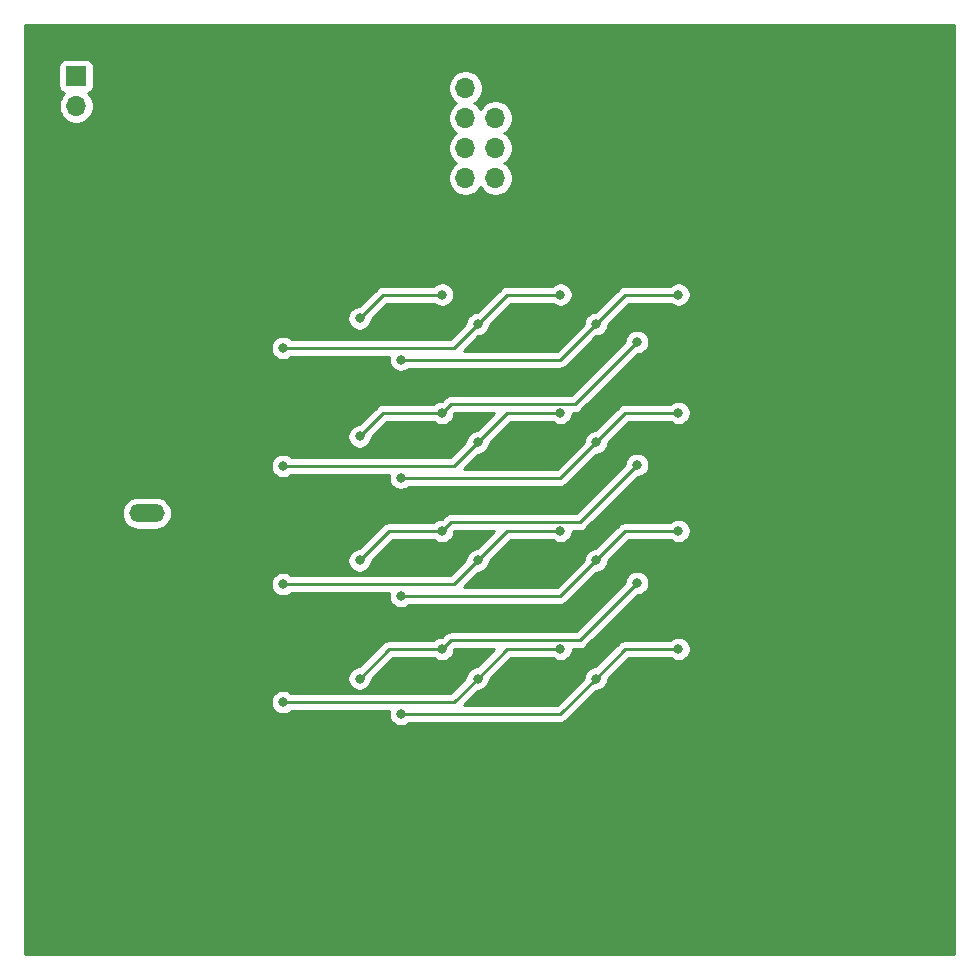
<source format=gbr>
%TF.GenerationSoftware,KiCad,Pcbnew,5.1.9+dfsg1-1~bpo10+1*%
%TF.CreationDate,2021-09-24T07:36:27+00:00*%
%TF.ProjectId,blinkenlights,626c696e-6b65-46e6-9c69-676874732e6b,rev?*%
%TF.SameCoordinates,Original*%
%TF.FileFunction,Copper,L2,Bot*%
%TF.FilePolarity,Positive*%
%FSLAX46Y46*%
G04 Gerber Fmt 4.6, Leading zero omitted, Abs format (unit mm)*
G04 Created by KiCad (PCBNEW 5.1.9+dfsg1-1~bpo10+1) date 2021-09-24 07:36:27*
%MOMM*%
%LPD*%
G01*
G04 APERTURE LIST*
%TA.AperFunction,ComponentPad*%
%ADD10R,1.700000X1.700000*%
%TD*%
%TA.AperFunction,ComponentPad*%
%ADD11O,1.700000X1.700000*%
%TD*%
%TA.AperFunction,ComponentPad*%
%ADD12R,3.000000X1.500000*%
%TD*%
%TA.AperFunction,ComponentPad*%
%ADD13O,3.000000X1.500000*%
%TD*%
%TA.AperFunction,ComponentPad*%
%ADD14C,7.000000*%
%TD*%
%TA.AperFunction,ViaPad*%
%ADD15C,0.800000*%
%TD*%
%TA.AperFunction,Conductor*%
%ADD16C,0.250000*%
%TD*%
%TA.AperFunction,Conductor*%
%ADD17C,0.254000*%
%TD*%
%TA.AperFunction,Conductor*%
%ADD18C,0.100000*%
%TD*%
G04 APERTURE END LIST*
D10*
%TO.P,J101,1*%
%TO.N,GND*%
X140500000Y-56000000D03*
D11*
%TO.P,J101,2*%
%TO.N,/TX*%
X137960000Y-56000000D03*
%TO.P,J101,3*%
%TO.N,/IO2*%
X140500000Y-58540000D03*
%TO.P,J101,4*%
%TO.N,Net-(J101-Pad4)*%
X137960000Y-58540000D03*
%TO.P,J101,5*%
%TO.N,/IO0*%
X140500000Y-61080000D03*
%TO.P,J101,6*%
%TO.N,Net-(J101-Pad6)*%
X137960000Y-61080000D03*
%TO.P,J101,7*%
%TO.N,/RX*%
X140500000Y-63620000D03*
%TO.P,J101,8*%
%TO.N,+3V3*%
X137960000Y-63620000D03*
%TD*%
D10*
%TO.P,J103,1*%
%TO.N,/TX*%
X105000000Y-55000000D03*
D11*
%TO.P,J103,2*%
%TO.N,/RX*%
X105000000Y-57540000D03*
%TO.P,J103,3*%
%TO.N,GND*%
X105000000Y-60080000D03*
%TD*%
D12*
%TO.P,J104,1*%
%TO.N,GND*%
X111000000Y-87000000D03*
D13*
%TO.P,J104,2*%
%TO.N,+5V*%
X111000000Y-92000000D03*
%TD*%
D14*
%TO.P,H101,1*%
%TO.N,GND*%
X115000000Y-65000000D03*
%TD*%
%TO.P,H102,1*%
%TO.N,GND*%
X165000000Y-65000000D03*
%TD*%
%TO.P,H103,1*%
%TO.N,GND*%
X115000000Y-115000000D03*
%TD*%
%TO.P,H104,1*%
%TO.N,GND*%
X165000000Y-115000000D03*
%TD*%
D15*
%TO.N,GND*%
X122500000Y-56000000D03*
X122500000Y-59500000D03*
X119500000Y-56500000D03*
X119000000Y-73000000D03*
X118000000Y-75000000D03*
X130500000Y-68500000D03*
X135000000Y-66000000D03*
X138000000Y-68500000D03*
X134500000Y-70500000D03*
X119000000Y-80000000D03*
X118500000Y-83000000D03*
X119000000Y-88000000D03*
X125000000Y-90500000D03*
X125500000Y-81000000D03*
X119500000Y-98000000D03*
X124500000Y-101000000D03*
X118500000Y-91500000D03*
X119000000Y-100500000D03*
%TO.N,/IO2*%
X129000000Y-75500000D03*
X136000000Y-73500000D03*
%TO.N,Net-(D201-Pad3)*%
X139000000Y-76000000D03*
X146000000Y-73500000D03*
X122500000Y-78000000D03*
%TO.N,Net-(D202-Pad3)*%
X132500000Y-79000000D03*
X149000000Y-76000000D03*
X156000000Y-73500000D03*
%TO.N,Net-(D204-Pad3)*%
X129000000Y-85500000D03*
X136000000Y-83500000D03*
X152500000Y-77500000D03*
%TO.N,Net-(D205-Pad3)*%
X122500000Y-88000000D03*
X139000000Y-86000000D03*
X146000000Y-83500000D03*
%TO.N,Net-(D206-Pad3)*%
X149000000Y-86000000D03*
X156000000Y-83500000D03*
X132500000Y-89000000D03*
%TO.N,/LEDS/DO1*%
X129000000Y-96000000D03*
X136000000Y-93500000D03*
X152500000Y-87900011D03*
%TO.N,Net-(D209-Pad3)*%
X139000000Y-96000000D03*
X146000000Y-93500000D03*
X122500000Y-98000000D03*
%TO.N,Net-(D210-Pad3)*%
X149000000Y-96000000D03*
X156000000Y-93500000D03*
X132500000Y-99000000D03*
%TO.N,Net-(D212-Pad3)*%
X129000000Y-106000000D03*
X136000000Y-103500000D03*
X152500000Y-97900011D03*
%TO.N,Net-(D213-Pad3)*%
X139000000Y-106000000D03*
X146000000Y-103500000D03*
X122500000Y-108000000D03*
%TO.N,Net-(D214-Pad3)*%
X149000000Y-106000000D03*
X156000000Y-103500000D03*
X132500000Y-109000000D03*
%TD*%
D16*
%TO.N,/IO2*%
X131000000Y-73500000D02*
X136000000Y-73500000D01*
X129000000Y-75500000D02*
X131000000Y-73500000D01*
%TO.N,Net-(D201-Pad3)*%
X141500000Y-73500000D02*
X146000000Y-73500000D01*
X139000000Y-76000000D02*
X141500000Y-73500000D01*
X137000000Y-78000000D02*
X139000000Y-76000000D01*
X122500000Y-78000000D02*
X137000000Y-78000000D01*
%TO.N,Net-(D202-Pad3)*%
X151500000Y-73500000D02*
X156000000Y-73500000D01*
X149000000Y-76000000D02*
X151500000Y-73500000D01*
X146000000Y-79000000D02*
X149000000Y-76000000D01*
X132500000Y-79000000D02*
X146000000Y-79000000D01*
%TO.N,Net-(D204-Pad3)*%
X131000000Y-83500000D02*
X136000000Y-83500000D01*
X129000000Y-85500000D02*
X131000000Y-83500000D01*
X147225001Y-82774999D02*
X152500000Y-77500000D01*
X136725001Y-82774999D02*
X147225001Y-82774999D01*
X136000000Y-83500000D02*
X136725001Y-82774999D01*
%TO.N,Net-(D205-Pad3)*%
X141500000Y-83500000D02*
X146000000Y-83500000D01*
X139000000Y-86000000D02*
X141500000Y-83500000D01*
X137000000Y-88000000D02*
X139000000Y-86000000D01*
X122500000Y-88000000D02*
X137000000Y-88000000D01*
%TO.N,Net-(D206-Pad3)*%
X151500000Y-83500000D02*
X156000000Y-83500000D01*
X149000000Y-86000000D02*
X151500000Y-83500000D01*
X146000000Y-89000000D02*
X149000000Y-86000000D01*
X132500000Y-89000000D02*
X146000000Y-89000000D01*
%TO.N,/LEDS/DO1*%
X131500000Y-93500000D02*
X136000000Y-93500000D01*
X129000000Y-96000000D02*
X131500000Y-93500000D01*
X147625012Y-92774999D02*
X152500000Y-87900011D01*
X136725001Y-92774999D02*
X147625012Y-92774999D01*
X136000000Y-93500000D02*
X136725001Y-92774999D01*
%TO.N,Net-(D209-Pad3)*%
X141500000Y-93500000D02*
X146000000Y-93500000D01*
X139000000Y-96000000D02*
X141500000Y-93500000D01*
X137000000Y-98000000D02*
X139000000Y-96000000D01*
X122500000Y-98000000D02*
X137000000Y-98000000D01*
%TO.N,Net-(D210-Pad3)*%
X151500000Y-93500000D02*
X156000000Y-93500000D01*
X149000000Y-96000000D02*
X151500000Y-93500000D01*
X146000000Y-99000000D02*
X149000000Y-96000000D01*
X132500000Y-99000000D02*
X146000000Y-99000000D01*
%TO.N,Net-(D212-Pad3)*%
X131500000Y-103500000D02*
X136000000Y-103500000D01*
X129000000Y-106000000D02*
X131500000Y-103500000D01*
X147625012Y-102774999D02*
X152500000Y-97900011D01*
X136725001Y-102774999D02*
X147625012Y-102774999D01*
X136000000Y-103500000D02*
X136725001Y-102774999D01*
%TO.N,Net-(D213-Pad3)*%
X141500000Y-103500000D02*
X146000000Y-103500000D01*
X139000000Y-106000000D02*
X141500000Y-103500000D01*
X137000000Y-108000000D02*
X139000000Y-106000000D01*
X122500000Y-108000000D02*
X137000000Y-108000000D01*
%TO.N,Net-(D214-Pad3)*%
X151500000Y-103500000D02*
X156000000Y-103500000D01*
X149000000Y-106000000D02*
X151500000Y-103500000D01*
X146000000Y-109000000D02*
X149000000Y-106000000D01*
X132500000Y-109000000D02*
X146000000Y-109000000D01*
%TD*%
D17*
%TO.N,GND*%
X179340000Y-129340000D02*
X100660000Y-129340000D01*
X100660000Y-107898061D01*
X121465000Y-107898061D01*
X121465000Y-108101939D01*
X121504774Y-108301898D01*
X121582795Y-108490256D01*
X121696063Y-108659774D01*
X121840226Y-108803937D01*
X122009744Y-108917205D01*
X122198102Y-108995226D01*
X122398061Y-109035000D01*
X122601939Y-109035000D01*
X122801898Y-108995226D01*
X122990256Y-108917205D01*
X123159774Y-108803937D01*
X123203711Y-108760000D01*
X131492462Y-108760000D01*
X131465000Y-108898061D01*
X131465000Y-109101939D01*
X131504774Y-109301898D01*
X131582795Y-109490256D01*
X131696063Y-109659774D01*
X131840226Y-109803937D01*
X132009744Y-109917205D01*
X132198102Y-109995226D01*
X132398061Y-110035000D01*
X132601939Y-110035000D01*
X132801898Y-109995226D01*
X132990256Y-109917205D01*
X133159774Y-109803937D01*
X133203711Y-109760000D01*
X145962678Y-109760000D01*
X146000000Y-109763676D01*
X146037322Y-109760000D01*
X146037333Y-109760000D01*
X146148986Y-109749003D01*
X146292247Y-109705546D01*
X146424276Y-109634974D01*
X146540001Y-109540001D01*
X146563804Y-109510997D01*
X149039802Y-107035000D01*
X149101939Y-107035000D01*
X149301898Y-106995226D01*
X149490256Y-106917205D01*
X149659774Y-106803937D01*
X149803937Y-106659774D01*
X149917205Y-106490256D01*
X149995226Y-106301898D01*
X150035000Y-106101939D01*
X150035000Y-106039801D01*
X151814802Y-104260000D01*
X155296289Y-104260000D01*
X155340226Y-104303937D01*
X155509744Y-104417205D01*
X155698102Y-104495226D01*
X155898061Y-104535000D01*
X156101939Y-104535000D01*
X156301898Y-104495226D01*
X156490256Y-104417205D01*
X156659774Y-104303937D01*
X156803937Y-104159774D01*
X156917205Y-103990256D01*
X156995226Y-103801898D01*
X157035000Y-103601939D01*
X157035000Y-103398061D01*
X156995226Y-103198102D01*
X156917205Y-103009744D01*
X156803937Y-102840226D01*
X156659774Y-102696063D01*
X156490256Y-102582795D01*
X156301898Y-102504774D01*
X156101939Y-102465000D01*
X155898061Y-102465000D01*
X155698102Y-102504774D01*
X155509744Y-102582795D01*
X155340226Y-102696063D01*
X155296289Y-102740000D01*
X151537323Y-102740000D01*
X151500000Y-102736324D01*
X151462677Y-102740000D01*
X151462667Y-102740000D01*
X151351014Y-102750997D01*
X151207753Y-102794454D01*
X151075723Y-102865026D01*
X151003883Y-102923984D01*
X150959999Y-102959999D01*
X150936201Y-102988997D01*
X148960199Y-104965000D01*
X148898061Y-104965000D01*
X148698102Y-105004774D01*
X148509744Y-105082795D01*
X148340226Y-105196063D01*
X148196063Y-105340226D01*
X148082795Y-105509744D01*
X148004774Y-105698102D01*
X147965000Y-105898061D01*
X147965000Y-105960198D01*
X145685199Y-108240000D01*
X137834801Y-108240000D01*
X139039802Y-107035000D01*
X139101939Y-107035000D01*
X139301898Y-106995226D01*
X139490256Y-106917205D01*
X139659774Y-106803937D01*
X139803937Y-106659774D01*
X139917205Y-106490256D01*
X139995226Y-106301898D01*
X140035000Y-106101939D01*
X140035000Y-106039801D01*
X141814802Y-104260000D01*
X145296289Y-104260000D01*
X145340226Y-104303937D01*
X145509744Y-104417205D01*
X145698102Y-104495226D01*
X145898061Y-104535000D01*
X146101939Y-104535000D01*
X146301898Y-104495226D01*
X146490256Y-104417205D01*
X146659774Y-104303937D01*
X146803937Y-104159774D01*
X146917205Y-103990256D01*
X146995226Y-103801898D01*
X147035000Y-103601939D01*
X147035000Y-103534999D01*
X147587690Y-103534999D01*
X147625012Y-103538675D01*
X147662334Y-103534999D01*
X147662345Y-103534999D01*
X147773998Y-103524002D01*
X147917259Y-103480545D01*
X148049288Y-103409973D01*
X148165013Y-103315000D01*
X148188816Y-103285996D01*
X152539802Y-98935011D01*
X152601939Y-98935011D01*
X152801898Y-98895237D01*
X152990256Y-98817216D01*
X153159774Y-98703948D01*
X153303937Y-98559785D01*
X153417205Y-98390267D01*
X153495226Y-98201909D01*
X153535000Y-98001950D01*
X153535000Y-97798072D01*
X153495226Y-97598113D01*
X153417205Y-97409755D01*
X153303937Y-97240237D01*
X153159774Y-97096074D01*
X152990256Y-96982806D01*
X152801898Y-96904785D01*
X152601939Y-96865011D01*
X152398061Y-96865011D01*
X152198102Y-96904785D01*
X152009744Y-96982806D01*
X151840226Y-97096074D01*
X151696063Y-97240237D01*
X151582795Y-97409755D01*
X151504774Y-97598113D01*
X151465000Y-97798072D01*
X151465000Y-97860209D01*
X147310211Y-102014999D01*
X136762323Y-102014999D01*
X136725000Y-102011323D01*
X136687677Y-102014999D01*
X136687668Y-102014999D01*
X136576015Y-102025996D01*
X136432754Y-102069453D01*
X136300725Y-102140025D01*
X136185000Y-102234998D01*
X136161202Y-102263997D01*
X135960198Y-102465000D01*
X135898061Y-102465000D01*
X135698102Y-102504774D01*
X135509744Y-102582795D01*
X135340226Y-102696063D01*
X135296289Y-102740000D01*
X131537323Y-102740000D01*
X131500000Y-102736324D01*
X131462677Y-102740000D01*
X131462667Y-102740000D01*
X131351014Y-102750997D01*
X131207753Y-102794454D01*
X131075723Y-102865026D01*
X131003883Y-102923984D01*
X130959999Y-102959999D01*
X130936201Y-102988997D01*
X128960199Y-104965000D01*
X128898061Y-104965000D01*
X128698102Y-105004774D01*
X128509744Y-105082795D01*
X128340226Y-105196063D01*
X128196063Y-105340226D01*
X128082795Y-105509744D01*
X128004774Y-105698102D01*
X127965000Y-105898061D01*
X127965000Y-106101939D01*
X128004774Y-106301898D01*
X128082795Y-106490256D01*
X128196063Y-106659774D01*
X128340226Y-106803937D01*
X128509744Y-106917205D01*
X128698102Y-106995226D01*
X128898061Y-107035000D01*
X129101939Y-107035000D01*
X129301898Y-106995226D01*
X129490256Y-106917205D01*
X129659774Y-106803937D01*
X129803937Y-106659774D01*
X129917205Y-106490256D01*
X129995226Y-106301898D01*
X130035000Y-106101939D01*
X130035000Y-106039801D01*
X131814802Y-104260000D01*
X135296289Y-104260000D01*
X135340226Y-104303937D01*
X135509744Y-104417205D01*
X135698102Y-104495226D01*
X135898061Y-104535000D01*
X136101939Y-104535000D01*
X136301898Y-104495226D01*
X136490256Y-104417205D01*
X136659774Y-104303937D01*
X136803937Y-104159774D01*
X136917205Y-103990256D01*
X136995226Y-103801898D01*
X137035000Y-103601939D01*
X137035000Y-103539802D01*
X137039803Y-103534999D01*
X140390199Y-103534999D01*
X138960199Y-104965000D01*
X138898061Y-104965000D01*
X138698102Y-105004774D01*
X138509744Y-105082795D01*
X138340226Y-105196063D01*
X138196063Y-105340226D01*
X138082795Y-105509744D01*
X138004774Y-105698102D01*
X137965000Y-105898061D01*
X137965000Y-105960198D01*
X136685199Y-107240000D01*
X123203711Y-107240000D01*
X123159774Y-107196063D01*
X122990256Y-107082795D01*
X122801898Y-107004774D01*
X122601939Y-106965000D01*
X122398061Y-106965000D01*
X122198102Y-107004774D01*
X122009744Y-107082795D01*
X121840226Y-107196063D01*
X121696063Y-107340226D01*
X121582795Y-107509744D01*
X121504774Y-107698102D01*
X121465000Y-107898061D01*
X100660000Y-107898061D01*
X100660000Y-97898061D01*
X121465000Y-97898061D01*
X121465000Y-98101939D01*
X121504774Y-98301898D01*
X121582795Y-98490256D01*
X121696063Y-98659774D01*
X121840226Y-98803937D01*
X122009744Y-98917205D01*
X122198102Y-98995226D01*
X122398061Y-99035000D01*
X122601939Y-99035000D01*
X122801898Y-98995226D01*
X122990256Y-98917205D01*
X123159774Y-98803937D01*
X123203711Y-98760000D01*
X131492462Y-98760000D01*
X131465000Y-98898061D01*
X131465000Y-99101939D01*
X131504774Y-99301898D01*
X131582795Y-99490256D01*
X131696063Y-99659774D01*
X131840226Y-99803937D01*
X132009744Y-99917205D01*
X132198102Y-99995226D01*
X132398061Y-100035000D01*
X132601939Y-100035000D01*
X132801898Y-99995226D01*
X132990256Y-99917205D01*
X133159774Y-99803937D01*
X133203711Y-99760000D01*
X145962678Y-99760000D01*
X146000000Y-99763676D01*
X146037322Y-99760000D01*
X146037333Y-99760000D01*
X146148986Y-99749003D01*
X146292247Y-99705546D01*
X146424276Y-99634974D01*
X146540001Y-99540001D01*
X146563804Y-99510997D01*
X149039802Y-97035000D01*
X149101939Y-97035000D01*
X149301898Y-96995226D01*
X149490256Y-96917205D01*
X149659774Y-96803937D01*
X149803937Y-96659774D01*
X149917205Y-96490256D01*
X149995226Y-96301898D01*
X150035000Y-96101939D01*
X150035000Y-96039801D01*
X151814802Y-94260000D01*
X155296289Y-94260000D01*
X155340226Y-94303937D01*
X155509744Y-94417205D01*
X155698102Y-94495226D01*
X155898061Y-94535000D01*
X156101939Y-94535000D01*
X156301898Y-94495226D01*
X156490256Y-94417205D01*
X156659774Y-94303937D01*
X156803937Y-94159774D01*
X156917205Y-93990256D01*
X156995226Y-93801898D01*
X157035000Y-93601939D01*
X157035000Y-93398061D01*
X156995226Y-93198102D01*
X156917205Y-93009744D01*
X156803937Y-92840226D01*
X156659774Y-92696063D01*
X156490256Y-92582795D01*
X156301898Y-92504774D01*
X156101939Y-92465000D01*
X155898061Y-92465000D01*
X155698102Y-92504774D01*
X155509744Y-92582795D01*
X155340226Y-92696063D01*
X155296289Y-92740000D01*
X151537323Y-92740000D01*
X151500000Y-92736324D01*
X151462677Y-92740000D01*
X151462667Y-92740000D01*
X151351014Y-92750997D01*
X151207753Y-92794454D01*
X151075723Y-92865026D01*
X151003883Y-92923984D01*
X150959999Y-92959999D01*
X150936201Y-92988997D01*
X148960199Y-94965000D01*
X148898061Y-94965000D01*
X148698102Y-95004774D01*
X148509744Y-95082795D01*
X148340226Y-95196063D01*
X148196063Y-95340226D01*
X148082795Y-95509744D01*
X148004774Y-95698102D01*
X147965000Y-95898061D01*
X147965000Y-95960198D01*
X145685199Y-98240000D01*
X137834801Y-98240000D01*
X139039802Y-97035000D01*
X139101939Y-97035000D01*
X139301898Y-96995226D01*
X139490256Y-96917205D01*
X139659774Y-96803937D01*
X139803937Y-96659774D01*
X139917205Y-96490256D01*
X139995226Y-96301898D01*
X140035000Y-96101939D01*
X140035000Y-96039801D01*
X141814802Y-94260000D01*
X145296289Y-94260000D01*
X145340226Y-94303937D01*
X145509744Y-94417205D01*
X145698102Y-94495226D01*
X145898061Y-94535000D01*
X146101939Y-94535000D01*
X146301898Y-94495226D01*
X146490256Y-94417205D01*
X146659774Y-94303937D01*
X146803937Y-94159774D01*
X146917205Y-93990256D01*
X146995226Y-93801898D01*
X147035000Y-93601939D01*
X147035000Y-93534999D01*
X147587690Y-93534999D01*
X147625012Y-93538675D01*
X147662334Y-93534999D01*
X147662345Y-93534999D01*
X147773998Y-93524002D01*
X147917259Y-93480545D01*
X148049288Y-93409973D01*
X148165013Y-93315000D01*
X148188816Y-93285996D01*
X152539802Y-88935011D01*
X152601939Y-88935011D01*
X152801898Y-88895237D01*
X152990256Y-88817216D01*
X153159774Y-88703948D01*
X153303937Y-88559785D01*
X153417205Y-88390267D01*
X153495226Y-88201909D01*
X153535000Y-88001950D01*
X153535000Y-87798072D01*
X153495226Y-87598113D01*
X153417205Y-87409755D01*
X153303937Y-87240237D01*
X153159774Y-87096074D01*
X152990256Y-86982806D01*
X152801898Y-86904785D01*
X152601939Y-86865011D01*
X152398061Y-86865011D01*
X152198102Y-86904785D01*
X152009744Y-86982806D01*
X151840226Y-87096074D01*
X151696063Y-87240237D01*
X151582795Y-87409755D01*
X151504774Y-87598113D01*
X151465000Y-87798072D01*
X151465000Y-87860209D01*
X147310211Y-92014999D01*
X136762323Y-92014999D01*
X136725000Y-92011323D01*
X136687677Y-92014999D01*
X136687668Y-92014999D01*
X136576015Y-92025996D01*
X136432754Y-92069453D01*
X136300725Y-92140025D01*
X136185000Y-92234998D01*
X136161202Y-92263997D01*
X135960198Y-92465000D01*
X135898061Y-92465000D01*
X135698102Y-92504774D01*
X135509744Y-92582795D01*
X135340226Y-92696063D01*
X135296289Y-92740000D01*
X131537323Y-92740000D01*
X131500000Y-92736324D01*
X131462677Y-92740000D01*
X131462667Y-92740000D01*
X131351014Y-92750997D01*
X131207753Y-92794454D01*
X131075723Y-92865026D01*
X131003883Y-92923984D01*
X130959999Y-92959999D01*
X130936201Y-92988997D01*
X128960199Y-94965000D01*
X128898061Y-94965000D01*
X128698102Y-95004774D01*
X128509744Y-95082795D01*
X128340226Y-95196063D01*
X128196063Y-95340226D01*
X128082795Y-95509744D01*
X128004774Y-95698102D01*
X127965000Y-95898061D01*
X127965000Y-96101939D01*
X128004774Y-96301898D01*
X128082795Y-96490256D01*
X128196063Y-96659774D01*
X128340226Y-96803937D01*
X128509744Y-96917205D01*
X128698102Y-96995226D01*
X128898061Y-97035000D01*
X129101939Y-97035000D01*
X129301898Y-96995226D01*
X129490256Y-96917205D01*
X129659774Y-96803937D01*
X129803937Y-96659774D01*
X129917205Y-96490256D01*
X129995226Y-96301898D01*
X130035000Y-96101939D01*
X130035000Y-96039801D01*
X131814802Y-94260000D01*
X135296289Y-94260000D01*
X135340226Y-94303937D01*
X135509744Y-94417205D01*
X135698102Y-94495226D01*
X135898061Y-94535000D01*
X136101939Y-94535000D01*
X136301898Y-94495226D01*
X136490256Y-94417205D01*
X136659774Y-94303937D01*
X136803937Y-94159774D01*
X136917205Y-93990256D01*
X136995226Y-93801898D01*
X137035000Y-93601939D01*
X137035000Y-93539802D01*
X137039803Y-93534999D01*
X140390199Y-93534999D01*
X138960199Y-94965000D01*
X138898061Y-94965000D01*
X138698102Y-95004774D01*
X138509744Y-95082795D01*
X138340226Y-95196063D01*
X138196063Y-95340226D01*
X138082795Y-95509744D01*
X138004774Y-95698102D01*
X137965000Y-95898061D01*
X137965000Y-95960198D01*
X136685199Y-97240000D01*
X123203711Y-97240000D01*
X123159774Y-97196063D01*
X122990256Y-97082795D01*
X122801898Y-97004774D01*
X122601939Y-96965000D01*
X122398061Y-96965000D01*
X122198102Y-97004774D01*
X122009744Y-97082795D01*
X121840226Y-97196063D01*
X121696063Y-97340226D01*
X121582795Y-97509744D01*
X121504774Y-97698102D01*
X121465000Y-97898061D01*
X100660000Y-97898061D01*
X100660000Y-92000000D01*
X108858299Y-92000000D01*
X108885040Y-92271507D01*
X108964236Y-92532581D01*
X109092843Y-92773188D01*
X109265919Y-92984081D01*
X109476812Y-93157157D01*
X109717419Y-93285764D01*
X109978493Y-93364960D01*
X110181963Y-93385000D01*
X111818037Y-93385000D01*
X112021507Y-93364960D01*
X112282581Y-93285764D01*
X112523188Y-93157157D01*
X112734081Y-92984081D01*
X112907157Y-92773188D01*
X113035764Y-92532581D01*
X113114960Y-92271507D01*
X113141701Y-92000000D01*
X113114960Y-91728493D01*
X113035764Y-91467419D01*
X112907157Y-91226812D01*
X112734081Y-91015919D01*
X112523188Y-90842843D01*
X112282581Y-90714236D01*
X112021507Y-90635040D01*
X111818037Y-90615000D01*
X110181963Y-90615000D01*
X109978493Y-90635040D01*
X109717419Y-90714236D01*
X109476812Y-90842843D01*
X109265919Y-91015919D01*
X109092843Y-91226812D01*
X108964236Y-91467419D01*
X108885040Y-91728493D01*
X108858299Y-92000000D01*
X100660000Y-92000000D01*
X100660000Y-87898061D01*
X121465000Y-87898061D01*
X121465000Y-88101939D01*
X121504774Y-88301898D01*
X121582795Y-88490256D01*
X121696063Y-88659774D01*
X121840226Y-88803937D01*
X122009744Y-88917205D01*
X122198102Y-88995226D01*
X122398061Y-89035000D01*
X122601939Y-89035000D01*
X122801898Y-88995226D01*
X122990256Y-88917205D01*
X123159774Y-88803937D01*
X123203711Y-88760000D01*
X131492462Y-88760000D01*
X131465000Y-88898061D01*
X131465000Y-89101939D01*
X131504774Y-89301898D01*
X131582795Y-89490256D01*
X131696063Y-89659774D01*
X131840226Y-89803937D01*
X132009744Y-89917205D01*
X132198102Y-89995226D01*
X132398061Y-90035000D01*
X132601939Y-90035000D01*
X132801898Y-89995226D01*
X132990256Y-89917205D01*
X133159774Y-89803937D01*
X133203711Y-89760000D01*
X145962678Y-89760000D01*
X146000000Y-89763676D01*
X146037322Y-89760000D01*
X146037333Y-89760000D01*
X146148986Y-89749003D01*
X146292247Y-89705546D01*
X146424276Y-89634974D01*
X146540001Y-89540001D01*
X146563804Y-89510997D01*
X149039802Y-87035000D01*
X149101939Y-87035000D01*
X149301898Y-86995226D01*
X149490256Y-86917205D01*
X149659774Y-86803937D01*
X149803937Y-86659774D01*
X149917205Y-86490256D01*
X149995226Y-86301898D01*
X150035000Y-86101939D01*
X150035000Y-86039801D01*
X151814802Y-84260000D01*
X155296289Y-84260000D01*
X155340226Y-84303937D01*
X155509744Y-84417205D01*
X155698102Y-84495226D01*
X155898061Y-84535000D01*
X156101939Y-84535000D01*
X156301898Y-84495226D01*
X156490256Y-84417205D01*
X156659774Y-84303937D01*
X156803937Y-84159774D01*
X156917205Y-83990256D01*
X156995226Y-83801898D01*
X157035000Y-83601939D01*
X157035000Y-83398061D01*
X156995226Y-83198102D01*
X156917205Y-83009744D01*
X156803937Y-82840226D01*
X156659774Y-82696063D01*
X156490256Y-82582795D01*
X156301898Y-82504774D01*
X156101939Y-82465000D01*
X155898061Y-82465000D01*
X155698102Y-82504774D01*
X155509744Y-82582795D01*
X155340226Y-82696063D01*
X155296289Y-82740000D01*
X151537323Y-82740000D01*
X151500000Y-82736324D01*
X151462677Y-82740000D01*
X151462667Y-82740000D01*
X151351014Y-82750997D01*
X151207753Y-82794454D01*
X151075723Y-82865026D01*
X151003883Y-82923984D01*
X150959999Y-82959999D01*
X150936201Y-82988997D01*
X148960199Y-84965000D01*
X148898061Y-84965000D01*
X148698102Y-85004774D01*
X148509744Y-85082795D01*
X148340226Y-85196063D01*
X148196063Y-85340226D01*
X148082795Y-85509744D01*
X148004774Y-85698102D01*
X147965000Y-85898061D01*
X147965000Y-85960198D01*
X145685199Y-88240000D01*
X137834801Y-88240000D01*
X139039802Y-87035000D01*
X139101939Y-87035000D01*
X139301898Y-86995226D01*
X139490256Y-86917205D01*
X139659774Y-86803937D01*
X139803937Y-86659774D01*
X139917205Y-86490256D01*
X139995226Y-86301898D01*
X140035000Y-86101939D01*
X140035000Y-86039801D01*
X141814802Y-84260000D01*
X145296289Y-84260000D01*
X145340226Y-84303937D01*
X145509744Y-84417205D01*
X145698102Y-84495226D01*
X145898061Y-84535000D01*
X146101939Y-84535000D01*
X146301898Y-84495226D01*
X146490256Y-84417205D01*
X146659774Y-84303937D01*
X146803937Y-84159774D01*
X146917205Y-83990256D01*
X146995226Y-83801898D01*
X147035000Y-83601939D01*
X147035000Y-83534999D01*
X147187679Y-83534999D01*
X147225001Y-83538675D01*
X147262323Y-83534999D01*
X147262334Y-83534999D01*
X147373987Y-83524002D01*
X147517248Y-83480545D01*
X147649277Y-83409973D01*
X147765002Y-83315000D01*
X147788805Y-83285996D01*
X152539802Y-78535000D01*
X152601939Y-78535000D01*
X152801898Y-78495226D01*
X152990256Y-78417205D01*
X153159774Y-78303937D01*
X153303937Y-78159774D01*
X153417205Y-77990256D01*
X153495226Y-77801898D01*
X153535000Y-77601939D01*
X153535000Y-77398061D01*
X153495226Y-77198102D01*
X153417205Y-77009744D01*
X153303937Y-76840226D01*
X153159774Y-76696063D01*
X152990256Y-76582795D01*
X152801898Y-76504774D01*
X152601939Y-76465000D01*
X152398061Y-76465000D01*
X152198102Y-76504774D01*
X152009744Y-76582795D01*
X151840226Y-76696063D01*
X151696063Y-76840226D01*
X151582795Y-77009744D01*
X151504774Y-77198102D01*
X151465000Y-77398061D01*
X151465000Y-77460198D01*
X146910200Y-82014999D01*
X136762323Y-82014999D01*
X136725000Y-82011323D01*
X136687677Y-82014999D01*
X136687668Y-82014999D01*
X136576015Y-82025996D01*
X136432754Y-82069453D01*
X136300725Y-82140025D01*
X136185000Y-82234998D01*
X136161202Y-82263997D01*
X135960198Y-82465000D01*
X135898061Y-82465000D01*
X135698102Y-82504774D01*
X135509744Y-82582795D01*
X135340226Y-82696063D01*
X135296289Y-82740000D01*
X131037322Y-82740000D01*
X130999999Y-82736324D01*
X130962676Y-82740000D01*
X130962667Y-82740000D01*
X130851014Y-82750997D01*
X130707753Y-82794454D01*
X130575723Y-82865026D01*
X130503883Y-82923984D01*
X130459999Y-82959999D01*
X130436201Y-82988997D01*
X128960199Y-84465000D01*
X128898061Y-84465000D01*
X128698102Y-84504774D01*
X128509744Y-84582795D01*
X128340226Y-84696063D01*
X128196063Y-84840226D01*
X128082795Y-85009744D01*
X128004774Y-85198102D01*
X127965000Y-85398061D01*
X127965000Y-85601939D01*
X128004774Y-85801898D01*
X128082795Y-85990256D01*
X128196063Y-86159774D01*
X128340226Y-86303937D01*
X128509744Y-86417205D01*
X128698102Y-86495226D01*
X128898061Y-86535000D01*
X129101939Y-86535000D01*
X129301898Y-86495226D01*
X129490256Y-86417205D01*
X129659774Y-86303937D01*
X129803937Y-86159774D01*
X129917205Y-85990256D01*
X129995226Y-85801898D01*
X130035000Y-85601939D01*
X130035000Y-85539801D01*
X131314802Y-84260000D01*
X135296289Y-84260000D01*
X135340226Y-84303937D01*
X135509744Y-84417205D01*
X135698102Y-84495226D01*
X135898061Y-84535000D01*
X136101939Y-84535000D01*
X136301898Y-84495226D01*
X136490256Y-84417205D01*
X136659774Y-84303937D01*
X136803937Y-84159774D01*
X136917205Y-83990256D01*
X136995226Y-83801898D01*
X137035000Y-83601939D01*
X137035000Y-83539802D01*
X137039803Y-83534999D01*
X140390199Y-83534999D01*
X138960199Y-84965000D01*
X138898061Y-84965000D01*
X138698102Y-85004774D01*
X138509744Y-85082795D01*
X138340226Y-85196063D01*
X138196063Y-85340226D01*
X138082795Y-85509744D01*
X138004774Y-85698102D01*
X137965000Y-85898061D01*
X137965000Y-85960198D01*
X136685199Y-87240000D01*
X123203711Y-87240000D01*
X123159774Y-87196063D01*
X122990256Y-87082795D01*
X122801898Y-87004774D01*
X122601939Y-86965000D01*
X122398061Y-86965000D01*
X122198102Y-87004774D01*
X122009744Y-87082795D01*
X121840226Y-87196063D01*
X121696063Y-87340226D01*
X121582795Y-87509744D01*
X121504774Y-87698102D01*
X121465000Y-87898061D01*
X100660000Y-87898061D01*
X100660000Y-77898061D01*
X121465000Y-77898061D01*
X121465000Y-78101939D01*
X121504774Y-78301898D01*
X121582795Y-78490256D01*
X121696063Y-78659774D01*
X121840226Y-78803937D01*
X122009744Y-78917205D01*
X122198102Y-78995226D01*
X122398061Y-79035000D01*
X122601939Y-79035000D01*
X122801898Y-78995226D01*
X122990256Y-78917205D01*
X123159774Y-78803937D01*
X123203711Y-78760000D01*
X131492462Y-78760000D01*
X131465000Y-78898061D01*
X131465000Y-79101939D01*
X131504774Y-79301898D01*
X131582795Y-79490256D01*
X131696063Y-79659774D01*
X131840226Y-79803937D01*
X132009744Y-79917205D01*
X132198102Y-79995226D01*
X132398061Y-80035000D01*
X132601939Y-80035000D01*
X132801898Y-79995226D01*
X132990256Y-79917205D01*
X133159774Y-79803937D01*
X133203711Y-79760000D01*
X145962678Y-79760000D01*
X146000000Y-79763676D01*
X146037322Y-79760000D01*
X146037333Y-79760000D01*
X146148986Y-79749003D01*
X146292247Y-79705546D01*
X146424276Y-79634974D01*
X146540001Y-79540001D01*
X146563804Y-79510997D01*
X149039802Y-77035000D01*
X149101939Y-77035000D01*
X149301898Y-76995226D01*
X149490256Y-76917205D01*
X149659774Y-76803937D01*
X149803937Y-76659774D01*
X149917205Y-76490256D01*
X149995226Y-76301898D01*
X150035000Y-76101939D01*
X150035000Y-76039801D01*
X151814802Y-74260000D01*
X155296289Y-74260000D01*
X155340226Y-74303937D01*
X155509744Y-74417205D01*
X155698102Y-74495226D01*
X155898061Y-74535000D01*
X156101939Y-74535000D01*
X156301898Y-74495226D01*
X156490256Y-74417205D01*
X156659774Y-74303937D01*
X156803937Y-74159774D01*
X156917205Y-73990256D01*
X156995226Y-73801898D01*
X157035000Y-73601939D01*
X157035000Y-73398061D01*
X156995226Y-73198102D01*
X156917205Y-73009744D01*
X156803937Y-72840226D01*
X156659774Y-72696063D01*
X156490256Y-72582795D01*
X156301898Y-72504774D01*
X156101939Y-72465000D01*
X155898061Y-72465000D01*
X155698102Y-72504774D01*
X155509744Y-72582795D01*
X155340226Y-72696063D01*
X155296289Y-72740000D01*
X151537323Y-72740000D01*
X151500000Y-72736324D01*
X151462677Y-72740000D01*
X151462667Y-72740000D01*
X151351014Y-72750997D01*
X151207753Y-72794454D01*
X151075723Y-72865026D01*
X150992083Y-72933668D01*
X150959999Y-72959999D01*
X150936201Y-72988997D01*
X148960199Y-74965000D01*
X148898061Y-74965000D01*
X148698102Y-75004774D01*
X148509744Y-75082795D01*
X148340226Y-75196063D01*
X148196063Y-75340226D01*
X148082795Y-75509744D01*
X148004774Y-75698102D01*
X147965000Y-75898061D01*
X147965000Y-75960198D01*
X145685199Y-78240000D01*
X137834801Y-78240000D01*
X139039802Y-77035000D01*
X139101939Y-77035000D01*
X139301898Y-76995226D01*
X139490256Y-76917205D01*
X139659774Y-76803937D01*
X139803937Y-76659774D01*
X139917205Y-76490256D01*
X139995226Y-76301898D01*
X140035000Y-76101939D01*
X140035000Y-76039801D01*
X141814802Y-74260000D01*
X145296289Y-74260000D01*
X145340226Y-74303937D01*
X145509744Y-74417205D01*
X145698102Y-74495226D01*
X145898061Y-74535000D01*
X146101939Y-74535000D01*
X146301898Y-74495226D01*
X146490256Y-74417205D01*
X146659774Y-74303937D01*
X146803937Y-74159774D01*
X146917205Y-73990256D01*
X146995226Y-73801898D01*
X147035000Y-73601939D01*
X147035000Y-73398061D01*
X146995226Y-73198102D01*
X146917205Y-73009744D01*
X146803937Y-72840226D01*
X146659774Y-72696063D01*
X146490256Y-72582795D01*
X146301898Y-72504774D01*
X146101939Y-72465000D01*
X145898061Y-72465000D01*
X145698102Y-72504774D01*
X145509744Y-72582795D01*
X145340226Y-72696063D01*
X145296289Y-72740000D01*
X141537323Y-72740000D01*
X141500000Y-72736324D01*
X141462677Y-72740000D01*
X141462667Y-72740000D01*
X141351014Y-72750997D01*
X141207753Y-72794454D01*
X141075723Y-72865026D01*
X140992083Y-72933668D01*
X140959999Y-72959999D01*
X140936201Y-72988997D01*
X138960199Y-74965000D01*
X138898061Y-74965000D01*
X138698102Y-75004774D01*
X138509744Y-75082795D01*
X138340226Y-75196063D01*
X138196063Y-75340226D01*
X138082795Y-75509744D01*
X138004774Y-75698102D01*
X137965000Y-75898061D01*
X137965000Y-75960198D01*
X136685199Y-77240000D01*
X123203711Y-77240000D01*
X123159774Y-77196063D01*
X122990256Y-77082795D01*
X122801898Y-77004774D01*
X122601939Y-76965000D01*
X122398061Y-76965000D01*
X122198102Y-77004774D01*
X122009744Y-77082795D01*
X121840226Y-77196063D01*
X121696063Y-77340226D01*
X121582795Y-77509744D01*
X121504774Y-77698102D01*
X121465000Y-77898061D01*
X100660000Y-77898061D01*
X100660000Y-75398061D01*
X127965000Y-75398061D01*
X127965000Y-75601939D01*
X128004774Y-75801898D01*
X128082795Y-75990256D01*
X128196063Y-76159774D01*
X128340226Y-76303937D01*
X128509744Y-76417205D01*
X128698102Y-76495226D01*
X128898061Y-76535000D01*
X129101939Y-76535000D01*
X129301898Y-76495226D01*
X129490256Y-76417205D01*
X129659774Y-76303937D01*
X129803937Y-76159774D01*
X129917205Y-75990256D01*
X129995226Y-75801898D01*
X130035000Y-75601939D01*
X130035000Y-75539801D01*
X131314802Y-74260000D01*
X135296289Y-74260000D01*
X135340226Y-74303937D01*
X135509744Y-74417205D01*
X135698102Y-74495226D01*
X135898061Y-74535000D01*
X136101939Y-74535000D01*
X136301898Y-74495226D01*
X136490256Y-74417205D01*
X136659774Y-74303937D01*
X136803937Y-74159774D01*
X136917205Y-73990256D01*
X136995226Y-73801898D01*
X137035000Y-73601939D01*
X137035000Y-73398061D01*
X136995226Y-73198102D01*
X136917205Y-73009744D01*
X136803937Y-72840226D01*
X136659774Y-72696063D01*
X136490256Y-72582795D01*
X136301898Y-72504774D01*
X136101939Y-72465000D01*
X135898061Y-72465000D01*
X135698102Y-72504774D01*
X135509744Y-72582795D01*
X135340226Y-72696063D01*
X135296289Y-72740000D01*
X131037322Y-72740000D01*
X130999999Y-72736324D01*
X130962676Y-72740000D01*
X130962667Y-72740000D01*
X130851014Y-72750997D01*
X130707753Y-72794454D01*
X130575723Y-72865026D01*
X130492083Y-72933668D01*
X130459999Y-72959999D01*
X130436201Y-72988997D01*
X128960199Y-74465000D01*
X128898061Y-74465000D01*
X128698102Y-74504774D01*
X128509744Y-74582795D01*
X128340226Y-74696063D01*
X128196063Y-74840226D01*
X128082795Y-75009744D01*
X128004774Y-75198102D01*
X127965000Y-75398061D01*
X100660000Y-75398061D01*
X100660000Y-54150000D01*
X103511928Y-54150000D01*
X103511928Y-55850000D01*
X103524188Y-55974482D01*
X103560498Y-56094180D01*
X103619463Y-56204494D01*
X103698815Y-56301185D01*
X103795506Y-56380537D01*
X103905820Y-56439502D01*
X103978380Y-56461513D01*
X103846525Y-56593368D01*
X103684010Y-56836589D01*
X103572068Y-57106842D01*
X103515000Y-57393740D01*
X103515000Y-57686260D01*
X103572068Y-57973158D01*
X103684010Y-58243411D01*
X103846525Y-58486632D01*
X104053368Y-58693475D01*
X104296589Y-58855990D01*
X104566842Y-58967932D01*
X104853740Y-59025000D01*
X105146260Y-59025000D01*
X105433158Y-58967932D01*
X105703411Y-58855990D01*
X105946632Y-58693475D01*
X106153475Y-58486632D01*
X106315990Y-58243411D01*
X106427932Y-57973158D01*
X106485000Y-57686260D01*
X106485000Y-57393740D01*
X106427932Y-57106842D01*
X106315990Y-56836589D01*
X106153475Y-56593368D01*
X106021620Y-56461513D01*
X106094180Y-56439502D01*
X106204494Y-56380537D01*
X106301185Y-56301185D01*
X106380537Y-56204494D01*
X106439502Y-56094180D01*
X106475812Y-55974482D01*
X106487703Y-55853740D01*
X136475000Y-55853740D01*
X136475000Y-56146260D01*
X136532068Y-56433158D01*
X136644010Y-56703411D01*
X136806525Y-56946632D01*
X137013368Y-57153475D01*
X137187760Y-57270000D01*
X137013368Y-57386525D01*
X136806525Y-57593368D01*
X136644010Y-57836589D01*
X136532068Y-58106842D01*
X136475000Y-58393740D01*
X136475000Y-58686260D01*
X136532068Y-58973158D01*
X136644010Y-59243411D01*
X136806525Y-59486632D01*
X137013368Y-59693475D01*
X137187760Y-59810000D01*
X137013368Y-59926525D01*
X136806525Y-60133368D01*
X136644010Y-60376589D01*
X136532068Y-60646842D01*
X136475000Y-60933740D01*
X136475000Y-61226260D01*
X136532068Y-61513158D01*
X136644010Y-61783411D01*
X136806525Y-62026632D01*
X137013368Y-62233475D01*
X137187760Y-62350000D01*
X137013368Y-62466525D01*
X136806525Y-62673368D01*
X136644010Y-62916589D01*
X136532068Y-63186842D01*
X136475000Y-63473740D01*
X136475000Y-63766260D01*
X136532068Y-64053158D01*
X136644010Y-64323411D01*
X136806525Y-64566632D01*
X137013368Y-64773475D01*
X137256589Y-64935990D01*
X137526842Y-65047932D01*
X137813740Y-65105000D01*
X138106260Y-65105000D01*
X138393158Y-65047932D01*
X138663411Y-64935990D01*
X138906632Y-64773475D01*
X139113475Y-64566632D01*
X139230000Y-64392240D01*
X139346525Y-64566632D01*
X139553368Y-64773475D01*
X139796589Y-64935990D01*
X140066842Y-65047932D01*
X140353740Y-65105000D01*
X140646260Y-65105000D01*
X140933158Y-65047932D01*
X141203411Y-64935990D01*
X141446632Y-64773475D01*
X141653475Y-64566632D01*
X141815990Y-64323411D01*
X141927932Y-64053158D01*
X141985000Y-63766260D01*
X141985000Y-63473740D01*
X141927932Y-63186842D01*
X141815990Y-62916589D01*
X141653475Y-62673368D01*
X141446632Y-62466525D01*
X141272240Y-62350000D01*
X141446632Y-62233475D01*
X141653475Y-62026632D01*
X141815990Y-61783411D01*
X141927932Y-61513158D01*
X141985000Y-61226260D01*
X141985000Y-60933740D01*
X141927932Y-60646842D01*
X141815990Y-60376589D01*
X141653475Y-60133368D01*
X141446632Y-59926525D01*
X141272240Y-59810000D01*
X141446632Y-59693475D01*
X141653475Y-59486632D01*
X141815990Y-59243411D01*
X141927932Y-58973158D01*
X141985000Y-58686260D01*
X141985000Y-58393740D01*
X141927932Y-58106842D01*
X141815990Y-57836589D01*
X141653475Y-57593368D01*
X141446632Y-57386525D01*
X141203411Y-57224010D01*
X140933158Y-57112068D01*
X140646260Y-57055000D01*
X140353740Y-57055000D01*
X140066842Y-57112068D01*
X139796589Y-57224010D01*
X139553368Y-57386525D01*
X139346525Y-57593368D01*
X139230000Y-57767760D01*
X139113475Y-57593368D01*
X138906632Y-57386525D01*
X138732240Y-57270000D01*
X138906632Y-57153475D01*
X139113475Y-56946632D01*
X139275990Y-56703411D01*
X139387932Y-56433158D01*
X139445000Y-56146260D01*
X139445000Y-55853740D01*
X139387932Y-55566842D01*
X139275990Y-55296589D01*
X139113475Y-55053368D01*
X138906632Y-54846525D01*
X138663411Y-54684010D01*
X138393158Y-54572068D01*
X138106260Y-54515000D01*
X137813740Y-54515000D01*
X137526842Y-54572068D01*
X137256589Y-54684010D01*
X137013368Y-54846525D01*
X136806525Y-55053368D01*
X136644010Y-55296589D01*
X136532068Y-55566842D01*
X136475000Y-55853740D01*
X106487703Y-55853740D01*
X106488072Y-55850000D01*
X106488072Y-54150000D01*
X106475812Y-54025518D01*
X106439502Y-53905820D01*
X106380537Y-53795506D01*
X106301185Y-53698815D01*
X106204494Y-53619463D01*
X106094180Y-53560498D01*
X105974482Y-53524188D01*
X105850000Y-53511928D01*
X104150000Y-53511928D01*
X104025518Y-53524188D01*
X103905820Y-53560498D01*
X103795506Y-53619463D01*
X103698815Y-53698815D01*
X103619463Y-53795506D01*
X103560498Y-53905820D01*
X103524188Y-54025518D01*
X103511928Y-54150000D01*
X100660000Y-54150000D01*
X100660000Y-50660000D01*
X179340001Y-50660000D01*
X179340000Y-129340000D01*
%TA.AperFunction,Conductor*%
D18*
G36*
X179340000Y-129340000D02*
G01*
X100660000Y-129340000D01*
X100660000Y-107898061D01*
X121465000Y-107898061D01*
X121465000Y-108101939D01*
X121504774Y-108301898D01*
X121582795Y-108490256D01*
X121696063Y-108659774D01*
X121840226Y-108803937D01*
X122009744Y-108917205D01*
X122198102Y-108995226D01*
X122398061Y-109035000D01*
X122601939Y-109035000D01*
X122801898Y-108995226D01*
X122990256Y-108917205D01*
X123159774Y-108803937D01*
X123203711Y-108760000D01*
X131492462Y-108760000D01*
X131465000Y-108898061D01*
X131465000Y-109101939D01*
X131504774Y-109301898D01*
X131582795Y-109490256D01*
X131696063Y-109659774D01*
X131840226Y-109803937D01*
X132009744Y-109917205D01*
X132198102Y-109995226D01*
X132398061Y-110035000D01*
X132601939Y-110035000D01*
X132801898Y-109995226D01*
X132990256Y-109917205D01*
X133159774Y-109803937D01*
X133203711Y-109760000D01*
X145962678Y-109760000D01*
X146000000Y-109763676D01*
X146037322Y-109760000D01*
X146037333Y-109760000D01*
X146148986Y-109749003D01*
X146292247Y-109705546D01*
X146424276Y-109634974D01*
X146540001Y-109540001D01*
X146563804Y-109510997D01*
X149039802Y-107035000D01*
X149101939Y-107035000D01*
X149301898Y-106995226D01*
X149490256Y-106917205D01*
X149659774Y-106803937D01*
X149803937Y-106659774D01*
X149917205Y-106490256D01*
X149995226Y-106301898D01*
X150035000Y-106101939D01*
X150035000Y-106039801D01*
X151814802Y-104260000D01*
X155296289Y-104260000D01*
X155340226Y-104303937D01*
X155509744Y-104417205D01*
X155698102Y-104495226D01*
X155898061Y-104535000D01*
X156101939Y-104535000D01*
X156301898Y-104495226D01*
X156490256Y-104417205D01*
X156659774Y-104303937D01*
X156803937Y-104159774D01*
X156917205Y-103990256D01*
X156995226Y-103801898D01*
X157035000Y-103601939D01*
X157035000Y-103398061D01*
X156995226Y-103198102D01*
X156917205Y-103009744D01*
X156803937Y-102840226D01*
X156659774Y-102696063D01*
X156490256Y-102582795D01*
X156301898Y-102504774D01*
X156101939Y-102465000D01*
X155898061Y-102465000D01*
X155698102Y-102504774D01*
X155509744Y-102582795D01*
X155340226Y-102696063D01*
X155296289Y-102740000D01*
X151537323Y-102740000D01*
X151500000Y-102736324D01*
X151462677Y-102740000D01*
X151462667Y-102740000D01*
X151351014Y-102750997D01*
X151207753Y-102794454D01*
X151075723Y-102865026D01*
X151003883Y-102923984D01*
X150959999Y-102959999D01*
X150936201Y-102988997D01*
X148960199Y-104965000D01*
X148898061Y-104965000D01*
X148698102Y-105004774D01*
X148509744Y-105082795D01*
X148340226Y-105196063D01*
X148196063Y-105340226D01*
X148082795Y-105509744D01*
X148004774Y-105698102D01*
X147965000Y-105898061D01*
X147965000Y-105960198D01*
X145685199Y-108240000D01*
X137834801Y-108240000D01*
X139039802Y-107035000D01*
X139101939Y-107035000D01*
X139301898Y-106995226D01*
X139490256Y-106917205D01*
X139659774Y-106803937D01*
X139803937Y-106659774D01*
X139917205Y-106490256D01*
X139995226Y-106301898D01*
X140035000Y-106101939D01*
X140035000Y-106039801D01*
X141814802Y-104260000D01*
X145296289Y-104260000D01*
X145340226Y-104303937D01*
X145509744Y-104417205D01*
X145698102Y-104495226D01*
X145898061Y-104535000D01*
X146101939Y-104535000D01*
X146301898Y-104495226D01*
X146490256Y-104417205D01*
X146659774Y-104303937D01*
X146803937Y-104159774D01*
X146917205Y-103990256D01*
X146995226Y-103801898D01*
X147035000Y-103601939D01*
X147035000Y-103534999D01*
X147587690Y-103534999D01*
X147625012Y-103538675D01*
X147662334Y-103534999D01*
X147662345Y-103534999D01*
X147773998Y-103524002D01*
X147917259Y-103480545D01*
X148049288Y-103409973D01*
X148165013Y-103315000D01*
X148188816Y-103285996D01*
X152539802Y-98935011D01*
X152601939Y-98935011D01*
X152801898Y-98895237D01*
X152990256Y-98817216D01*
X153159774Y-98703948D01*
X153303937Y-98559785D01*
X153417205Y-98390267D01*
X153495226Y-98201909D01*
X153535000Y-98001950D01*
X153535000Y-97798072D01*
X153495226Y-97598113D01*
X153417205Y-97409755D01*
X153303937Y-97240237D01*
X153159774Y-97096074D01*
X152990256Y-96982806D01*
X152801898Y-96904785D01*
X152601939Y-96865011D01*
X152398061Y-96865011D01*
X152198102Y-96904785D01*
X152009744Y-96982806D01*
X151840226Y-97096074D01*
X151696063Y-97240237D01*
X151582795Y-97409755D01*
X151504774Y-97598113D01*
X151465000Y-97798072D01*
X151465000Y-97860209D01*
X147310211Y-102014999D01*
X136762323Y-102014999D01*
X136725000Y-102011323D01*
X136687677Y-102014999D01*
X136687668Y-102014999D01*
X136576015Y-102025996D01*
X136432754Y-102069453D01*
X136300725Y-102140025D01*
X136185000Y-102234998D01*
X136161202Y-102263997D01*
X135960198Y-102465000D01*
X135898061Y-102465000D01*
X135698102Y-102504774D01*
X135509744Y-102582795D01*
X135340226Y-102696063D01*
X135296289Y-102740000D01*
X131537323Y-102740000D01*
X131500000Y-102736324D01*
X131462677Y-102740000D01*
X131462667Y-102740000D01*
X131351014Y-102750997D01*
X131207753Y-102794454D01*
X131075723Y-102865026D01*
X131003883Y-102923984D01*
X130959999Y-102959999D01*
X130936201Y-102988997D01*
X128960199Y-104965000D01*
X128898061Y-104965000D01*
X128698102Y-105004774D01*
X128509744Y-105082795D01*
X128340226Y-105196063D01*
X128196063Y-105340226D01*
X128082795Y-105509744D01*
X128004774Y-105698102D01*
X127965000Y-105898061D01*
X127965000Y-106101939D01*
X128004774Y-106301898D01*
X128082795Y-106490256D01*
X128196063Y-106659774D01*
X128340226Y-106803937D01*
X128509744Y-106917205D01*
X128698102Y-106995226D01*
X128898061Y-107035000D01*
X129101939Y-107035000D01*
X129301898Y-106995226D01*
X129490256Y-106917205D01*
X129659774Y-106803937D01*
X129803937Y-106659774D01*
X129917205Y-106490256D01*
X129995226Y-106301898D01*
X130035000Y-106101939D01*
X130035000Y-106039801D01*
X131814802Y-104260000D01*
X135296289Y-104260000D01*
X135340226Y-104303937D01*
X135509744Y-104417205D01*
X135698102Y-104495226D01*
X135898061Y-104535000D01*
X136101939Y-104535000D01*
X136301898Y-104495226D01*
X136490256Y-104417205D01*
X136659774Y-104303937D01*
X136803937Y-104159774D01*
X136917205Y-103990256D01*
X136995226Y-103801898D01*
X137035000Y-103601939D01*
X137035000Y-103539802D01*
X137039803Y-103534999D01*
X140390199Y-103534999D01*
X138960199Y-104965000D01*
X138898061Y-104965000D01*
X138698102Y-105004774D01*
X138509744Y-105082795D01*
X138340226Y-105196063D01*
X138196063Y-105340226D01*
X138082795Y-105509744D01*
X138004774Y-105698102D01*
X137965000Y-105898061D01*
X137965000Y-105960198D01*
X136685199Y-107240000D01*
X123203711Y-107240000D01*
X123159774Y-107196063D01*
X122990256Y-107082795D01*
X122801898Y-107004774D01*
X122601939Y-106965000D01*
X122398061Y-106965000D01*
X122198102Y-107004774D01*
X122009744Y-107082795D01*
X121840226Y-107196063D01*
X121696063Y-107340226D01*
X121582795Y-107509744D01*
X121504774Y-107698102D01*
X121465000Y-107898061D01*
X100660000Y-107898061D01*
X100660000Y-97898061D01*
X121465000Y-97898061D01*
X121465000Y-98101939D01*
X121504774Y-98301898D01*
X121582795Y-98490256D01*
X121696063Y-98659774D01*
X121840226Y-98803937D01*
X122009744Y-98917205D01*
X122198102Y-98995226D01*
X122398061Y-99035000D01*
X122601939Y-99035000D01*
X122801898Y-98995226D01*
X122990256Y-98917205D01*
X123159774Y-98803937D01*
X123203711Y-98760000D01*
X131492462Y-98760000D01*
X131465000Y-98898061D01*
X131465000Y-99101939D01*
X131504774Y-99301898D01*
X131582795Y-99490256D01*
X131696063Y-99659774D01*
X131840226Y-99803937D01*
X132009744Y-99917205D01*
X132198102Y-99995226D01*
X132398061Y-100035000D01*
X132601939Y-100035000D01*
X132801898Y-99995226D01*
X132990256Y-99917205D01*
X133159774Y-99803937D01*
X133203711Y-99760000D01*
X145962678Y-99760000D01*
X146000000Y-99763676D01*
X146037322Y-99760000D01*
X146037333Y-99760000D01*
X146148986Y-99749003D01*
X146292247Y-99705546D01*
X146424276Y-99634974D01*
X146540001Y-99540001D01*
X146563804Y-99510997D01*
X149039802Y-97035000D01*
X149101939Y-97035000D01*
X149301898Y-96995226D01*
X149490256Y-96917205D01*
X149659774Y-96803937D01*
X149803937Y-96659774D01*
X149917205Y-96490256D01*
X149995226Y-96301898D01*
X150035000Y-96101939D01*
X150035000Y-96039801D01*
X151814802Y-94260000D01*
X155296289Y-94260000D01*
X155340226Y-94303937D01*
X155509744Y-94417205D01*
X155698102Y-94495226D01*
X155898061Y-94535000D01*
X156101939Y-94535000D01*
X156301898Y-94495226D01*
X156490256Y-94417205D01*
X156659774Y-94303937D01*
X156803937Y-94159774D01*
X156917205Y-93990256D01*
X156995226Y-93801898D01*
X157035000Y-93601939D01*
X157035000Y-93398061D01*
X156995226Y-93198102D01*
X156917205Y-93009744D01*
X156803937Y-92840226D01*
X156659774Y-92696063D01*
X156490256Y-92582795D01*
X156301898Y-92504774D01*
X156101939Y-92465000D01*
X155898061Y-92465000D01*
X155698102Y-92504774D01*
X155509744Y-92582795D01*
X155340226Y-92696063D01*
X155296289Y-92740000D01*
X151537323Y-92740000D01*
X151500000Y-92736324D01*
X151462677Y-92740000D01*
X151462667Y-92740000D01*
X151351014Y-92750997D01*
X151207753Y-92794454D01*
X151075723Y-92865026D01*
X151003883Y-92923984D01*
X150959999Y-92959999D01*
X150936201Y-92988997D01*
X148960199Y-94965000D01*
X148898061Y-94965000D01*
X148698102Y-95004774D01*
X148509744Y-95082795D01*
X148340226Y-95196063D01*
X148196063Y-95340226D01*
X148082795Y-95509744D01*
X148004774Y-95698102D01*
X147965000Y-95898061D01*
X147965000Y-95960198D01*
X145685199Y-98240000D01*
X137834801Y-98240000D01*
X139039802Y-97035000D01*
X139101939Y-97035000D01*
X139301898Y-96995226D01*
X139490256Y-96917205D01*
X139659774Y-96803937D01*
X139803937Y-96659774D01*
X139917205Y-96490256D01*
X139995226Y-96301898D01*
X140035000Y-96101939D01*
X140035000Y-96039801D01*
X141814802Y-94260000D01*
X145296289Y-94260000D01*
X145340226Y-94303937D01*
X145509744Y-94417205D01*
X145698102Y-94495226D01*
X145898061Y-94535000D01*
X146101939Y-94535000D01*
X146301898Y-94495226D01*
X146490256Y-94417205D01*
X146659774Y-94303937D01*
X146803937Y-94159774D01*
X146917205Y-93990256D01*
X146995226Y-93801898D01*
X147035000Y-93601939D01*
X147035000Y-93534999D01*
X147587690Y-93534999D01*
X147625012Y-93538675D01*
X147662334Y-93534999D01*
X147662345Y-93534999D01*
X147773998Y-93524002D01*
X147917259Y-93480545D01*
X148049288Y-93409973D01*
X148165013Y-93315000D01*
X148188816Y-93285996D01*
X152539802Y-88935011D01*
X152601939Y-88935011D01*
X152801898Y-88895237D01*
X152990256Y-88817216D01*
X153159774Y-88703948D01*
X153303937Y-88559785D01*
X153417205Y-88390267D01*
X153495226Y-88201909D01*
X153535000Y-88001950D01*
X153535000Y-87798072D01*
X153495226Y-87598113D01*
X153417205Y-87409755D01*
X153303937Y-87240237D01*
X153159774Y-87096074D01*
X152990256Y-86982806D01*
X152801898Y-86904785D01*
X152601939Y-86865011D01*
X152398061Y-86865011D01*
X152198102Y-86904785D01*
X152009744Y-86982806D01*
X151840226Y-87096074D01*
X151696063Y-87240237D01*
X151582795Y-87409755D01*
X151504774Y-87598113D01*
X151465000Y-87798072D01*
X151465000Y-87860209D01*
X147310211Y-92014999D01*
X136762323Y-92014999D01*
X136725000Y-92011323D01*
X136687677Y-92014999D01*
X136687668Y-92014999D01*
X136576015Y-92025996D01*
X136432754Y-92069453D01*
X136300725Y-92140025D01*
X136185000Y-92234998D01*
X136161202Y-92263997D01*
X135960198Y-92465000D01*
X135898061Y-92465000D01*
X135698102Y-92504774D01*
X135509744Y-92582795D01*
X135340226Y-92696063D01*
X135296289Y-92740000D01*
X131537323Y-92740000D01*
X131500000Y-92736324D01*
X131462677Y-92740000D01*
X131462667Y-92740000D01*
X131351014Y-92750997D01*
X131207753Y-92794454D01*
X131075723Y-92865026D01*
X131003883Y-92923984D01*
X130959999Y-92959999D01*
X130936201Y-92988997D01*
X128960199Y-94965000D01*
X128898061Y-94965000D01*
X128698102Y-95004774D01*
X128509744Y-95082795D01*
X128340226Y-95196063D01*
X128196063Y-95340226D01*
X128082795Y-95509744D01*
X128004774Y-95698102D01*
X127965000Y-95898061D01*
X127965000Y-96101939D01*
X128004774Y-96301898D01*
X128082795Y-96490256D01*
X128196063Y-96659774D01*
X128340226Y-96803937D01*
X128509744Y-96917205D01*
X128698102Y-96995226D01*
X128898061Y-97035000D01*
X129101939Y-97035000D01*
X129301898Y-96995226D01*
X129490256Y-96917205D01*
X129659774Y-96803937D01*
X129803937Y-96659774D01*
X129917205Y-96490256D01*
X129995226Y-96301898D01*
X130035000Y-96101939D01*
X130035000Y-96039801D01*
X131814802Y-94260000D01*
X135296289Y-94260000D01*
X135340226Y-94303937D01*
X135509744Y-94417205D01*
X135698102Y-94495226D01*
X135898061Y-94535000D01*
X136101939Y-94535000D01*
X136301898Y-94495226D01*
X136490256Y-94417205D01*
X136659774Y-94303937D01*
X136803937Y-94159774D01*
X136917205Y-93990256D01*
X136995226Y-93801898D01*
X137035000Y-93601939D01*
X137035000Y-93539802D01*
X137039803Y-93534999D01*
X140390199Y-93534999D01*
X138960199Y-94965000D01*
X138898061Y-94965000D01*
X138698102Y-95004774D01*
X138509744Y-95082795D01*
X138340226Y-95196063D01*
X138196063Y-95340226D01*
X138082795Y-95509744D01*
X138004774Y-95698102D01*
X137965000Y-95898061D01*
X137965000Y-95960198D01*
X136685199Y-97240000D01*
X123203711Y-97240000D01*
X123159774Y-97196063D01*
X122990256Y-97082795D01*
X122801898Y-97004774D01*
X122601939Y-96965000D01*
X122398061Y-96965000D01*
X122198102Y-97004774D01*
X122009744Y-97082795D01*
X121840226Y-97196063D01*
X121696063Y-97340226D01*
X121582795Y-97509744D01*
X121504774Y-97698102D01*
X121465000Y-97898061D01*
X100660000Y-97898061D01*
X100660000Y-92000000D01*
X108858299Y-92000000D01*
X108885040Y-92271507D01*
X108964236Y-92532581D01*
X109092843Y-92773188D01*
X109265919Y-92984081D01*
X109476812Y-93157157D01*
X109717419Y-93285764D01*
X109978493Y-93364960D01*
X110181963Y-93385000D01*
X111818037Y-93385000D01*
X112021507Y-93364960D01*
X112282581Y-93285764D01*
X112523188Y-93157157D01*
X112734081Y-92984081D01*
X112907157Y-92773188D01*
X113035764Y-92532581D01*
X113114960Y-92271507D01*
X113141701Y-92000000D01*
X113114960Y-91728493D01*
X113035764Y-91467419D01*
X112907157Y-91226812D01*
X112734081Y-91015919D01*
X112523188Y-90842843D01*
X112282581Y-90714236D01*
X112021507Y-90635040D01*
X111818037Y-90615000D01*
X110181963Y-90615000D01*
X109978493Y-90635040D01*
X109717419Y-90714236D01*
X109476812Y-90842843D01*
X109265919Y-91015919D01*
X109092843Y-91226812D01*
X108964236Y-91467419D01*
X108885040Y-91728493D01*
X108858299Y-92000000D01*
X100660000Y-92000000D01*
X100660000Y-87898061D01*
X121465000Y-87898061D01*
X121465000Y-88101939D01*
X121504774Y-88301898D01*
X121582795Y-88490256D01*
X121696063Y-88659774D01*
X121840226Y-88803937D01*
X122009744Y-88917205D01*
X122198102Y-88995226D01*
X122398061Y-89035000D01*
X122601939Y-89035000D01*
X122801898Y-88995226D01*
X122990256Y-88917205D01*
X123159774Y-88803937D01*
X123203711Y-88760000D01*
X131492462Y-88760000D01*
X131465000Y-88898061D01*
X131465000Y-89101939D01*
X131504774Y-89301898D01*
X131582795Y-89490256D01*
X131696063Y-89659774D01*
X131840226Y-89803937D01*
X132009744Y-89917205D01*
X132198102Y-89995226D01*
X132398061Y-90035000D01*
X132601939Y-90035000D01*
X132801898Y-89995226D01*
X132990256Y-89917205D01*
X133159774Y-89803937D01*
X133203711Y-89760000D01*
X145962678Y-89760000D01*
X146000000Y-89763676D01*
X146037322Y-89760000D01*
X146037333Y-89760000D01*
X146148986Y-89749003D01*
X146292247Y-89705546D01*
X146424276Y-89634974D01*
X146540001Y-89540001D01*
X146563804Y-89510997D01*
X149039802Y-87035000D01*
X149101939Y-87035000D01*
X149301898Y-86995226D01*
X149490256Y-86917205D01*
X149659774Y-86803937D01*
X149803937Y-86659774D01*
X149917205Y-86490256D01*
X149995226Y-86301898D01*
X150035000Y-86101939D01*
X150035000Y-86039801D01*
X151814802Y-84260000D01*
X155296289Y-84260000D01*
X155340226Y-84303937D01*
X155509744Y-84417205D01*
X155698102Y-84495226D01*
X155898061Y-84535000D01*
X156101939Y-84535000D01*
X156301898Y-84495226D01*
X156490256Y-84417205D01*
X156659774Y-84303937D01*
X156803937Y-84159774D01*
X156917205Y-83990256D01*
X156995226Y-83801898D01*
X157035000Y-83601939D01*
X157035000Y-83398061D01*
X156995226Y-83198102D01*
X156917205Y-83009744D01*
X156803937Y-82840226D01*
X156659774Y-82696063D01*
X156490256Y-82582795D01*
X156301898Y-82504774D01*
X156101939Y-82465000D01*
X155898061Y-82465000D01*
X155698102Y-82504774D01*
X155509744Y-82582795D01*
X155340226Y-82696063D01*
X155296289Y-82740000D01*
X151537323Y-82740000D01*
X151500000Y-82736324D01*
X151462677Y-82740000D01*
X151462667Y-82740000D01*
X151351014Y-82750997D01*
X151207753Y-82794454D01*
X151075723Y-82865026D01*
X151003883Y-82923984D01*
X150959999Y-82959999D01*
X150936201Y-82988997D01*
X148960199Y-84965000D01*
X148898061Y-84965000D01*
X148698102Y-85004774D01*
X148509744Y-85082795D01*
X148340226Y-85196063D01*
X148196063Y-85340226D01*
X148082795Y-85509744D01*
X148004774Y-85698102D01*
X147965000Y-85898061D01*
X147965000Y-85960198D01*
X145685199Y-88240000D01*
X137834801Y-88240000D01*
X139039802Y-87035000D01*
X139101939Y-87035000D01*
X139301898Y-86995226D01*
X139490256Y-86917205D01*
X139659774Y-86803937D01*
X139803937Y-86659774D01*
X139917205Y-86490256D01*
X139995226Y-86301898D01*
X140035000Y-86101939D01*
X140035000Y-86039801D01*
X141814802Y-84260000D01*
X145296289Y-84260000D01*
X145340226Y-84303937D01*
X145509744Y-84417205D01*
X145698102Y-84495226D01*
X145898061Y-84535000D01*
X146101939Y-84535000D01*
X146301898Y-84495226D01*
X146490256Y-84417205D01*
X146659774Y-84303937D01*
X146803937Y-84159774D01*
X146917205Y-83990256D01*
X146995226Y-83801898D01*
X147035000Y-83601939D01*
X147035000Y-83534999D01*
X147187679Y-83534999D01*
X147225001Y-83538675D01*
X147262323Y-83534999D01*
X147262334Y-83534999D01*
X147373987Y-83524002D01*
X147517248Y-83480545D01*
X147649277Y-83409973D01*
X147765002Y-83315000D01*
X147788805Y-83285996D01*
X152539802Y-78535000D01*
X152601939Y-78535000D01*
X152801898Y-78495226D01*
X152990256Y-78417205D01*
X153159774Y-78303937D01*
X153303937Y-78159774D01*
X153417205Y-77990256D01*
X153495226Y-77801898D01*
X153535000Y-77601939D01*
X153535000Y-77398061D01*
X153495226Y-77198102D01*
X153417205Y-77009744D01*
X153303937Y-76840226D01*
X153159774Y-76696063D01*
X152990256Y-76582795D01*
X152801898Y-76504774D01*
X152601939Y-76465000D01*
X152398061Y-76465000D01*
X152198102Y-76504774D01*
X152009744Y-76582795D01*
X151840226Y-76696063D01*
X151696063Y-76840226D01*
X151582795Y-77009744D01*
X151504774Y-77198102D01*
X151465000Y-77398061D01*
X151465000Y-77460198D01*
X146910200Y-82014999D01*
X136762323Y-82014999D01*
X136725000Y-82011323D01*
X136687677Y-82014999D01*
X136687668Y-82014999D01*
X136576015Y-82025996D01*
X136432754Y-82069453D01*
X136300725Y-82140025D01*
X136185000Y-82234998D01*
X136161202Y-82263997D01*
X135960198Y-82465000D01*
X135898061Y-82465000D01*
X135698102Y-82504774D01*
X135509744Y-82582795D01*
X135340226Y-82696063D01*
X135296289Y-82740000D01*
X131037322Y-82740000D01*
X130999999Y-82736324D01*
X130962676Y-82740000D01*
X130962667Y-82740000D01*
X130851014Y-82750997D01*
X130707753Y-82794454D01*
X130575723Y-82865026D01*
X130503883Y-82923984D01*
X130459999Y-82959999D01*
X130436201Y-82988997D01*
X128960199Y-84465000D01*
X128898061Y-84465000D01*
X128698102Y-84504774D01*
X128509744Y-84582795D01*
X128340226Y-84696063D01*
X128196063Y-84840226D01*
X128082795Y-85009744D01*
X128004774Y-85198102D01*
X127965000Y-85398061D01*
X127965000Y-85601939D01*
X128004774Y-85801898D01*
X128082795Y-85990256D01*
X128196063Y-86159774D01*
X128340226Y-86303937D01*
X128509744Y-86417205D01*
X128698102Y-86495226D01*
X128898061Y-86535000D01*
X129101939Y-86535000D01*
X129301898Y-86495226D01*
X129490256Y-86417205D01*
X129659774Y-86303937D01*
X129803937Y-86159774D01*
X129917205Y-85990256D01*
X129995226Y-85801898D01*
X130035000Y-85601939D01*
X130035000Y-85539801D01*
X131314802Y-84260000D01*
X135296289Y-84260000D01*
X135340226Y-84303937D01*
X135509744Y-84417205D01*
X135698102Y-84495226D01*
X135898061Y-84535000D01*
X136101939Y-84535000D01*
X136301898Y-84495226D01*
X136490256Y-84417205D01*
X136659774Y-84303937D01*
X136803937Y-84159774D01*
X136917205Y-83990256D01*
X136995226Y-83801898D01*
X137035000Y-83601939D01*
X137035000Y-83539802D01*
X137039803Y-83534999D01*
X140390199Y-83534999D01*
X138960199Y-84965000D01*
X138898061Y-84965000D01*
X138698102Y-85004774D01*
X138509744Y-85082795D01*
X138340226Y-85196063D01*
X138196063Y-85340226D01*
X138082795Y-85509744D01*
X138004774Y-85698102D01*
X137965000Y-85898061D01*
X137965000Y-85960198D01*
X136685199Y-87240000D01*
X123203711Y-87240000D01*
X123159774Y-87196063D01*
X122990256Y-87082795D01*
X122801898Y-87004774D01*
X122601939Y-86965000D01*
X122398061Y-86965000D01*
X122198102Y-87004774D01*
X122009744Y-87082795D01*
X121840226Y-87196063D01*
X121696063Y-87340226D01*
X121582795Y-87509744D01*
X121504774Y-87698102D01*
X121465000Y-87898061D01*
X100660000Y-87898061D01*
X100660000Y-77898061D01*
X121465000Y-77898061D01*
X121465000Y-78101939D01*
X121504774Y-78301898D01*
X121582795Y-78490256D01*
X121696063Y-78659774D01*
X121840226Y-78803937D01*
X122009744Y-78917205D01*
X122198102Y-78995226D01*
X122398061Y-79035000D01*
X122601939Y-79035000D01*
X122801898Y-78995226D01*
X122990256Y-78917205D01*
X123159774Y-78803937D01*
X123203711Y-78760000D01*
X131492462Y-78760000D01*
X131465000Y-78898061D01*
X131465000Y-79101939D01*
X131504774Y-79301898D01*
X131582795Y-79490256D01*
X131696063Y-79659774D01*
X131840226Y-79803937D01*
X132009744Y-79917205D01*
X132198102Y-79995226D01*
X132398061Y-80035000D01*
X132601939Y-80035000D01*
X132801898Y-79995226D01*
X132990256Y-79917205D01*
X133159774Y-79803937D01*
X133203711Y-79760000D01*
X145962678Y-79760000D01*
X146000000Y-79763676D01*
X146037322Y-79760000D01*
X146037333Y-79760000D01*
X146148986Y-79749003D01*
X146292247Y-79705546D01*
X146424276Y-79634974D01*
X146540001Y-79540001D01*
X146563804Y-79510997D01*
X149039802Y-77035000D01*
X149101939Y-77035000D01*
X149301898Y-76995226D01*
X149490256Y-76917205D01*
X149659774Y-76803937D01*
X149803937Y-76659774D01*
X149917205Y-76490256D01*
X149995226Y-76301898D01*
X150035000Y-76101939D01*
X150035000Y-76039801D01*
X151814802Y-74260000D01*
X155296289Y-74260000D01*
X155340226Y-74303937D01*
X155509744Y-74417205D01*
X155698102Y-74495226D01*
X155898061Y-74535000D01*
X156101939Y-74535000D01*
X156301898Y-74495226D01*
X156490256Y-74417205D01*
X156659774Y-74303937D01*
X156803937Y-74159774D01*
X156917205Y-73990256D01*
X156995226Y-73801898D01*
X157035000Y-73601939D01*
X157035000Y-73398061D01*
X156995226Y-73198102D01*
X156917205Y-73009744D01*
X156803937Y-72840226D01*
X156659774Y-72696063D01*
X156490256Y-72582795D01*
X156301898Y-72504774D01*
X156101939Y-72465000D01*
X155898061Y-72465000D01*
X155698102Y-72504774D01*
X155509744Y-72582795D01*
X155340226Y-72696063D01*
X155296289Y-72740000D01*
X151537323Y-72740000D01*
X151500000Y-72736324D01*
X151462677Y-72740000D01*
X151462667Y-72740000D01*
X151351014Y-72750997D01*
X151207753Y-72794454D01*
X151075723Y-72865026D01*
X150992083Y-72933668D01*
X150959999Y-72959999D01*
X150936201Y-72988997D01*
X148960199Y-74965000D01*
X148898061Y-74965000D01*
X148698102Y-75004774D01*
X148509744Y-75082795D01*
X148340226Y-75196063D01*
X148196063Y-75340226D01*
X148082795Y-75509744D01*
X148004774Y-75698102D01*
X147965000Y-75898061D01*
X147965000Y-75960198D01*
X145685199Y-78240000D01*
X137834801Y-78240000D01*
X139039802Y-77035000D01*
X139101939Y-77035000D01*
X139301898Y-76995226D01*
X139490256Y-76917205D01*
X139659774Y-76803937D01*
X139803937Y-76659774D01*
X139917205Y-76490256D01*
X139995226Y-76301898D01*
X140035000Y-76101939D01*
X140035000Y-76039801D01*
X141814802Y-74260000D01*
X145296289Y-74260000D01*
X145340226Y-74303937D01*
X145509744Y-74417205D01*
X145698102Y-74495226D01*
X145898061Y-74535000D01*
X146101939Y-74535000D01*
X146301898Y-74495226D01*
X146490256Y-74417205D01*
X146659774Y-74303937D01*
X146803937Y-74159774D01*
X146917205Y-73990256D01*
X146995226Y-73801898D01*
X147035000Y-73601939D01*
X147035000Y-73398061D01*
X146995226Y-73198102D01*
X146917205Y-73009744D01*
X146803937Y-72840226D01*
X146659774Y-72696063D01*
X146490256Y-72582795D01*
X146301898Y-72504774D01*
X146101939Y-72465000D01*
X145898061Y-72465000D01*
X145698102Y-72504774D01*
X145509744Y-72582795D01*
X145340226Y-72696063D01*
X145296289Y-72740000D01*
X141537323Y-72740000D01*
X141500000Y-72736324D01*
X141462677Y-72740000D01*
X141462667Y-72740000D01*
X141351014Y-72750997D01*
X141207753Y-72794454D01*
X141075723Y-72865026D01*
X140992083Y-72933668D01*
X140959999Y-72959999D01*
X140936201Y-72988997D01*
X138960199Y-74965000D01*
X138898061Y-74965000D01*
X138698102Y-75004774D01*
X138509744Y-75082795D01*
X138340226Y-75196063D01*
X138196063Y-75340226D01*
X138082795Y-75509744D01*
X138004774Y-75698102D01*
X137965000Y-75898061D01*
X137965000Y-75960198D01*
X136685199Y-77240000D01*
X123203711Y-77240000D01*
X123159774Y-77196063D01*
X122990256Y-77082795D01*
X122801898Y-77004774D01*
X122601939Y-76965000D01*
X122398061Y-76965000D01*
X122198102Y-77004774D01*
X122009744Y-77082795D01*
X121840226Y-77196063D01*
X121696063Y-77340226D01*
X121582795Y-77509744D01*
X121504774Y-77698102D01*
X121465000Y-77898061D01*
X100660000Y-77898061D01*
X100660000Y-75398061D01*
X127965000Y-75398061D01*
X127965000Y-75601939D01*
X128004774Y-75801898D01*
X128082795Y-75990256D01*
X128196063Y-76159774D01*
X128340226Y-76303937D01*
X128509744Y-76417205D01*
X128698102Y-76495226D01*
X128898061Y-76535000D01*
X129101939Y-76535000D01*
X129301898Y-76495226D01*
X129490256Y-76417205D01*
X129659774Y-76303937D01*
X129803937Y-76159774D01*
X129917205Y-75990256D01*
X129995226Y-75801898D01*
X130035000Y-75601939D01*
X130035000Y-75539801D01*
X131314802Y-74260000D01*
X135296289Y-74260000D01*
X135340226Y-74303937D01*
X135509744Y-74417205D01*
X135698102Y-74495226D01*
X135898061Y-74535000D01*
X136101939Y-74535000D01*
X136301898Y-74495226D01*
X136490256Y-74417205D01*
X136659774Y-74303937D01*
X136803937Y-74159774D01*
X136917205Y-73990256D01*
X136995226Y-73801898D01*
X137035000Y-73601939D01*
X137035000Y-73398061D01*
X136995226Y-73198102D01*
X136917205Y-73009744D01*
X136803937Y-72840226D01*
X136659774Y-72696063D01*
X136490256Y-72582795D01*
X136301898Y-72504774D01*
X136101939Y-72465000D01*
X135898061Y-72465000D01*
X135698102Y-72504774D01*
X135509744Y-72582795D01*
X135340226Y-72696063D01*
X135296289Y-72740000D01*
X131037322Y-72740000D01*
X130999999Y-72736324D01*
X130962676Y-72740000D01*
X130962667Y-72740000D01*
X130851014Y-72750997D01*
X130707753Y-72794454D01*
X130575723Y-72865026D01*
X130492083Y-72933668D01*
X130459999Y-72959999D01*
X130436201Y-72988997D01*
X128960199Y-74465000D01*
X128898061Y-74465000D01*
X128698102Y-74504774D01*
X128509744Y-74582795D01*
X128340226Y-74696063D01*
X128196063Y-74840226D01*
X128082795Y-75009744D01*
X128004774Y-75198102D01*
X127965000Y-75398061D01*
X100660000Y-75398061D01*
X100660000Y-54150000D01*
X103511928Y-54150000D01*
X103511928Y-55850000D01*
X103524188Y-55974482D01*
X103560498Y-56094180D01*
X103619463Y-56204494D01*
X103698815Y-56301185D01*
X103795506Y-56380537D01*
X103905820Y-56439502D01*
X103978380Y-56461513D01*
X103846525Y-56593368D01*
X103684010Y-56836589D01*
X103572068Y-57106842D01*
X103515000Y-57393740D01*
X103515000Y-57686260D01*
X103572068Y-57973158D01*
X103684010Y-58243411D01*
X103846525Y-58486632D01*
X104053368Y-58693475D01*
X104296589Y-58855990D01*
X104566842Y-58967932D01*
X104853740Y-59025000D01*
X105146260Y-59025000D01*
X105433158Y-58967932D01*
X105703411Y-58855990D01*
X105946632Y-58693475D01*
X106153475Y-58486632D01*
X106315990Y-58243411D01*
X106427932Y-57973158D01*
X106485000Y-57686260D01*
X106485000Y-57393740D01*
X106427932Y-57106842D01*
X106315990Y-56836589D01*
X106153475Y-56593368D01*
X106021620Y-56461513D01*
X106094180Y-56439502D01*
X106204494Y-56380537D01*
X106301185Y-56301185D01*
X106380537Y-56204494D01*
X106439502Y-56094180D01*
X106475812Y-55974482D01*
X106487703Y-55853740D01*
X136475000Y-55853740D01*
X136475000Y-56146260D01*
X136532068Y-56433158D01*
X136644010Y-56703411D01*
X136806525Y-56946632D01*
X137013368Y-57153475D01*
X137187760Y-57270000D01*
X137013368Y-57386525D01*
X136806525Y-57593368D01*
X136644010Y-57836589D01*
X136532068Y-58106842D01*
X136475000Y-58393740D01*
X136475000Y-58686260D01*
X136532068Y-58973158D01*
X136644010Y-59243411D01*
X136806525Y-59486632D01*
X137013368Y-59693475D01*
X137187760Y-59810000D01*
X137013368Y-59926525D01*
X136806525Y-60133368D01*
X136644010Y-60376589D01*
X136532068Y-60646842D01*
X136475000Y-60933740D01*
X136475000Y-61226260D01*
X136532068Y-61513158D01*
X136644010Y-61783411D01*
X136806525Y-62026632D01*
X137013368Y-62233475D01*
X137187760Y-62350000D01*
X137013368Y-62466525D01*
X136806525Y-62673368D01*
X136644010Y-62916589D01*
X136532068Y-63186842D01*
X136475000Y-63473740D01*
X136475000Y-63766260D01*
X136532068Y-64053158D01*
X136644010Y-64323411D01*
X136806525Y-64566632D01*
X137013368Y-64773475D01*
X137256589Y-64935990D01*
X137526842Y-65047932D01*
X137813740Y-65105000D01*
X138106260Y-65105000D01*
X138393158Y-65047932D01*
X138663411Y-64935990D01*
X138906632Y-64773475D01*
X139113475Y-64566632D01*
X139230000Y-64392240D01*
X139346525Y-64566632D01*
X139553368Y-64773475D01*
X139796589Y-64935990D01*
X140066842Y-65047932D01*
X140353740Y-65105000D01*
X140646260Y-65105000D01*
X140933158Y-65047932D01*
X141203411Y-64935990D01*
X141446632Y-64773475D01*
X141653475Y-64566632D01*
X141815990Y-64323411D01*
X141927932Y-64053158D01*
X141985000Y-63766260D01*
X141985000Y-63473740D01*
X141927932Y-63186842D01*
X141815990Y-62916589D01*
X141653475Y-62673368D01*
X141446632Y-62466525D01*
X141272240Y-62350000D01*
X141446632Y-62233475D01*
X141653475Y-62026632D01*
X141815990Y-61783411D01*
X141927932Y-61513158D01*
X141985000Y-61226260D01*
X141985000Y-60933740D01*
X141927932Y-60646842D01*
X141815990Y-60376589D01*
X141653475Y-60133368D01*
X141446632Y-59926525D01*
X141272240Y-59810000D01*
X141446632Y-59693475D01*
X141653475Y-59486632D01*
X141815990Y-59243411D01*
X141927932Y-58973158D01*
X141985000Y-58686260D01*
X141985000Y-58393740D01*
X141927932Y-58106842D01*
X141815990Y-57836589D01*
X141653475Y-57593368D01*
X141446632Y-57386525D01*
X141203411Y-57224010D01*
X140933158Y-57112068D01*
X140646260Y-57055000D01*
X140353740Y-57055000D01*
X140066842Y-57112068D01*
X139796589Y-57224010D01*
X139553368Y-57386525D01*
X139346525Y-57593368D01*
X139230000Y-57767760D01*
X139113475Y-57593368D01*
X138906632Y-57386525D01*
X138732240Y-57270000D01*
X138906632Y-57153475D01*
X139113475Y-56946632D01*
X139275990Y-56703411D01*
X139387932Y-56433158D01*
X139445000Y-56146260D01*
X139445000Y-55853740D01*
X139387932Y-55566842D01*
X139275990Y-55296589D01*
X139113475Y-55053368D01*
X138906632Y-54846525D01*
X138663411Y-54684010D01*
X138393158Y-54572068D01*
X138106260Y-54515000D01*
X137813740Y-54515000D01*
X137526842Y-54572068D01*
X137256589Y-54684010D01*
X137013368Y-54846525D01*
X136806525Y-55053368D01*
X136644010Y-55296589D01*
X136532068Y-55566842D01*
X136475000Y-55853740D01*
X106487703Y-55853740D01*
X106488072Y-55850000D01*
X106488072Y-54150000D01*
X106475812Y-54025518D01*
X106439502Y-53905820D01*
X106380537Y-53795506D01*
X106301185Y-53698815D01*
X106204494Y-53619463D01*
X106094180Y-53560498D01*
X105974482Y-53524188D01*
X105850000Y-53511928D01*
X104150000Y-53511928D01*
X104025518Y-53524188D01*
X103905820Y-53560498D01*
X103795506Y-53619463D01*
X103698815Y-53698815D01*
X103619463Y-53795506D01*
X103560498Y-53905820D01*
X103524188Y-54025518D01*
X103511928Y-54150000D01*
X100660000Y-54150000D01*
X100660000Y-50660000D01*
X179340001Y-50660000D01*
X179340000Y-129340000D01*
G37*
%TD.AperFunction*%
%TD*%
M02*

</source>
